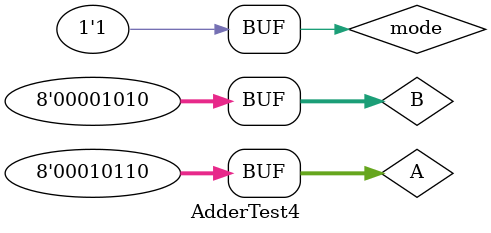
<source format=v>
module AdderTest4();

reg [7:0] A, B;
wire [7:0] SUM;
wire carry;
reg mode;

wire [7:0] gray;

Adder_sub8bit adder1(.A(A), .B(B), .mode(mode), .SUM(SUM),.gray(gray), .carry(carry));

initial begin
    // mode = 1 -> Subtract
    // mode = 0 -> Add
       A = 8'b10001010; B = 8'b10100001; mode = 1'b0; // A = 138, B = 161
    #5 A = 8'b10010001; B = 8'b01010110; mode = 1'b1; // A = 145, B = 86
    #5 A = 8'b01010110; B = 8'b10010001; mode = 1'b1; // A = 86, B = 145
    #5 A = 8'b00001011; B = 8'b00101101; mode = 1'b0; // A = 11, B = 45
    #5 A = 8'b00001010; B = 8'b00010110; mode = 1'b1; // A = 10, B = 22
    #5 A = 8'b00010110; B = 8'b00001010; mode = 1'b1; // A = 22, B = 10
end

endmodule
</source>
